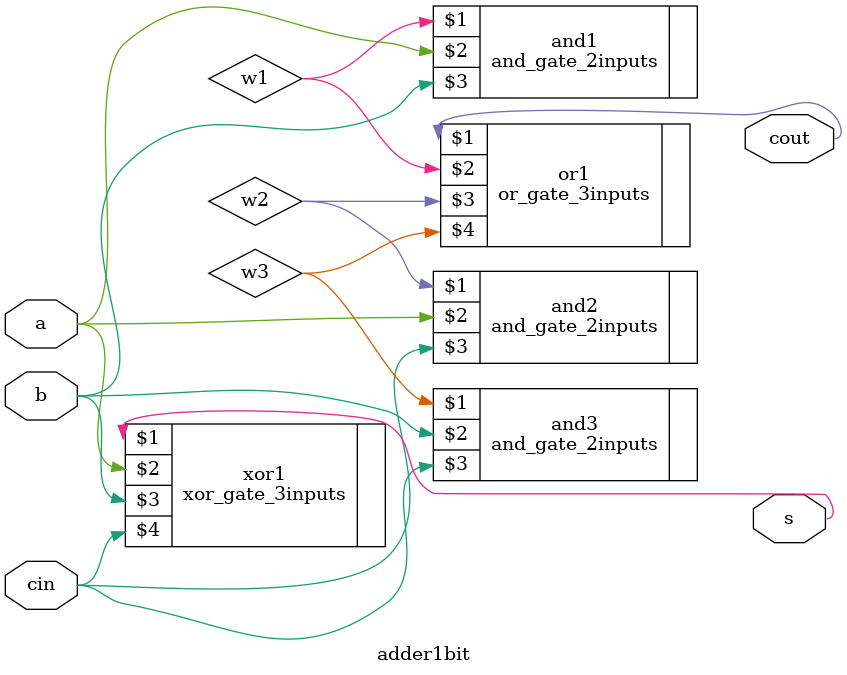
<source format=v>
module adder1bit(a,b,cin,s,cout);
input a,b,cin;
output s,cout;

wire w1, w2, w3;

and_gate_2inputs and1(w1,a,b);
and_gate_2inputs and2(w2,a,cin);
and_gate_2inputs and3(w3,b,cin);
or_gate_3inputs or1(cout,w1,w2,w3);

xor_gate_3inputs xor1(s,a,b,cin);
endmodule
//49
</source>
